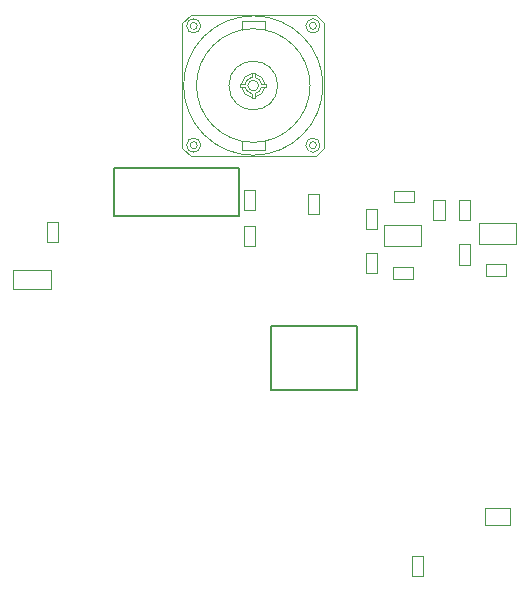
<source format=gbr>
G04 Layer_Color=16711935*
%FSLAX45Y45*%
%MOMM*%
%TF.FileFunction,Other,Mechanical_13*%
%TF.Part,Single*%
G01*
G75*
%TA.AperFunction,NonConductor*%
%ADD48C,0.20000*%
%ADD97C,0.10000*%
D48*
X2644082Y3925282D02*
X3369082D01*
Y4465282D01*
X2644082D02*
X3369082D01*
X2644082Y3925282D02*
Y4465282D01*
X1310024Y5399124D02*
X2376024D01*
Y5804124D01*
X1310024D02*
X2376024D01*
X1310024Y5399124D02*
Y5804124D01*
D97*
X2477972Y6599458D02*
G03*
X2393907Y6515388I14830J-98894D01*
G01*
X3027795Y7005557D02*
G03*
X3027795Y7005557I-30000J0D01*
G01*
X3027795Y5995571D02*
G03*
X3027795Y5995571I-30000J0D01*
G01*
X2017809Y5995571D02*
G03*
X2017809Y5995571I-30000J0D01*
G01*
X2017810Y7005557D02*
G03*
X2017810Y7005557I-30000J0D01*
G01*
X2591696Y6515394D02*
G03*
X2507626Y6599459I-98894J-14830D01*
G01*
X2507633Y6401670D02*
G03*
X2591697Y6485740I-14830J98894D01*
G01*
X2393908Y6485734D02*
G03*
X2477979Y6401669I98894J14830D01*
G01*
X2561263Y6515245D02*
G03*
X2507800Y6568963I-68461J-14673D01*
G01*
X2507475Y6432111D02*
G03*
X2561193Y6485574I-14673J68461D01*
G01*
X2424341Y6485900D02*
G03*
X2477804Y6432182I68461J14673D01*
G01*
X2478130Y6569025D02*
G03*
X2424412Y6515562I14673J-68461D01*
G01*
X2537802Y6500564D02*
G03*
X2537802Y6500564I-45000J0D01*
G01*
X2047802Y5995572D02*
G03*
X2047802Y5995572I-60000J0D01*
G01*
X3057794Y5995564D02*
G03*
X3057794Y5995564I-60000J0D01*
G01*
X3057802Y7005556D02*
G03*
X3057802Y7005556I-60000J0D01*
G01*
X2047810Y7005564D02*
G03*
X2047810Y7005564I-60000J0D01*
G01*
X2973802Y6500564D02*
G03*
X2973802Y6500564I-481000J0D01*
G01*
X2698815D02*
G03*
X2698815Y6500564I-206012J0D01*
G01*
X3082797D02*
G03*
X3082797Y6500564I-589995J0D01*
G01*
X4405001Y5159998D02*
Y5339998D01*
X4714998Y5159998D02*
Y5339998D01*
X4405001D02*
X4714998D01*
X4405001Y5159998D02*
X4714998D01*
X3602224Y5137966D02*
Y5317966D01*
X3912226Y5137966D02*
Y5317966D01*
X3602224D02*
X3912226D01*
X3602224Y5137966D02*
X3912226D01*
X460000Y4779999D02*
X780000D01*
Y4939999D01*
X460000D02*
X780000D01*
X460000Y4779999D02*
Y4939999D01*
X3683598Y5515608D02*
Y5610608D01*
X3853598Y5515608D02*
Y5610608D01*
X3683598Y5515608D02*
X3853598D01*
X3683598Y5610608D02*
X3853598D01*
X3538572Y4912968D02*
Y5082970D01*
X3443576Y4912968D02*
Y5082970D01*
Y4912968D02*
X3538572D01*
X3443576Y5082970D02*
X3538572D01*
X3443574Y5452968D02*
X3538574D01*
X3443574Y5282968D02*
X3538574D01*
X3443574D02*
Y5452968D01*
X3538574Y5282968D02*
Y5452968D01*
X4462045Y4890758D02*
X4632047D01*
X4462045Y4985759D02*
X4632047D01*
X4462045Y4890758D02*
Y4985759D01*
X4632047Y4890758D02*
Y4985759D01*
X4328837Y4985002D02*
Y5154999D01*
X4233836Y4985002D02*
Y5154999D01*
Y4985002D02*
X4328837D01*
X4233836Y5154999D02*
X4328837D01*
X2956812Y5578676D02*
X3051812D01*
X2956812Y5408676D02*
X3051812D01*
X2956812D02*
Y5578676D01*
X3051812Y5408676D02*
Y5578676D01*
X4452499Y2919997D02*
X4667500D01*
X4452499Y2779998D02*
X4667500D01*
Y2919997D01*
X4452499Y2779998D02*
Y2919997D01*
X3676066Y4960366D02*
X3846068D01*
X3676066Y4865365D02*
X3846068D01*
Y4960366D01*
X3676066Y4865365D02*
Y4960366D01*
X2410982Y5443084D02*
X2505982D01*
X2410982Y5613084D02*
X2505982D01*
Y5443084D02*
Y5613084D01*
X2410982Y5443084D02*
Y5613084D01*
X2505981Y5143082D02*
Y5313084D01*
X2410985Y5143082D02*
Y5313084D01*
Y5143082D02*
X2505981D01*
X2410985Y5313084D02*
X2505981D01*
X4017204Y5359413D02*
Y5529411D01*
X4112205Y5359413D02*
Y5529411D01*
X4017204D02*
X4112205D01*
X4017204Y5359413D02*
X4112205D01*
X747498Y5174999D02*
Y5345002D01*
X842499Y5174999D02*
Y5345002D01*
X747498D02*
X842499D01*
X747498Y5174999D02*
X842499D01*
X4328837Y5365001D02*
Y5534999D01*
X4233836Y5365001D02*
Y5534999D01*
Y5365001D02*
X4328837D01*
X4233836Y5534999D02*
X4328837D01*
X3927502Y2345002D02*
Y2515000D01*
X3832501Y2345002D02*
Y2515000D01*
Y2345002D02*
X3927502D01*
X3832501Y2515000D02*
X3927502D01*
X1892785Y7029969D02*
X1963398Y7100581D01*
X3022207D02*
X3092787Y7030001D01*
X3022241Y5900580D02*
X3092787Y5971125D01*
X1892785Y5971160D02*
X1963365Y5900580D01*
X2383822Y6485568D02*
X2424421D01*
X2383822D02*
Y6515560D01*
X2424421D01*
X2477798Y6568953D02*
Y6609552D01*
X2507790D01*
Y6568953D02*
Y6609552D01*
X2561183Y6515568D02*
X2601782D01*
Y6485576D02*
Y6515568D01*
X2561183Y6485576D02*
X2601782D01*
X2477814Y6391584D02*
Y6432183D01*
Y6391584D02*
X2507807D01*
Y6432183D01*
X1963365Y5900580D02*
X3022241D01*
X3092787Y5971125D02*
Y7030001D01*
X1892785Y5971160D02*
Y7029969D01*
X1963398Y7100581D02*
X3022207D01*
X2397579Y7045572D02*
X2587802D01*
X2397579Y5955556D02*
X2587802D01*
X2397579Y6970472D02*
Y7045572D01*
X2587802Y6970472D02*
Y7045572D01*
X2397579Y5955556D02*
Y6030672D01*
X2587802Y5955556D02*
Y6030672D01*
%TF.MD5,7692b2a42bb6ea80243c41cae39ea20b*%
M02*

</source>
